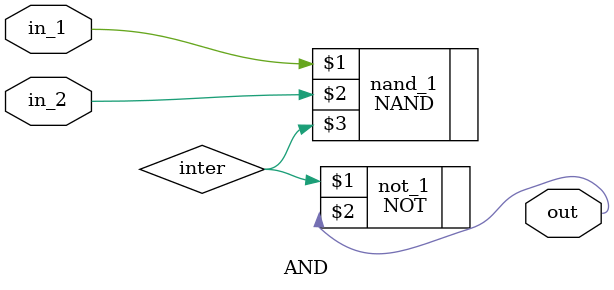
<source format=v>
module AND(in_1, in_2, out);
  input in_1, in_2;
  wire inter;
  output out;

  NAND nand_1(in_1, in_2, inter);
  NOT not_1(inter, out);
endmodule

</source>
